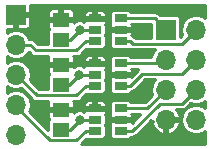
<source format=gbr>
G04 #@! TF.GenerationSoftware,KiCad,Pcbnew,(5.1.10)-1*
G04 #@! TF.CreationDate,2021-07-27T11:24:41-04:00*
G04 #@! TF.ProjectId,7ac76369a0fd96fdd889728fa7417171,37616337-3633-4363-9961-306664393666,rev?*
G04 #@! TF.SameCoordinates,Original*
G04 #@! TF.FileFunction,Copper,L1,Top*
G04 #@! TF.FilePolarity,Positive*
%FSLAX46Y46*%
G04 Gerber Fmt 4.6, Leading zero omitted, Abs format (unit mm)*
G04 Created by KiCad (PCBNEW (5.1.10)-1) date 2021-07-27 11:24:41*
%MOMM*%
%LPD*%
G01*
G04 APERTURE LIST*
G04 #@! TA.AperFunction,SMDPad,CuDef*
%ADD10R,1.400000X1.150000*%
G04 #@! TD*
G04 #@! TA.AperFunction,ComponentPad*
%ADD11R,1.700000X1.700000*%
G04 #@! TD*
G04 #@! TA.AperFunction,ComponentPad*
%ADD12O,1.700000X1.700000*%
G04 #@! TD*
G04 #@! TA.AperFunction,SMDPad,CuDef*
%ADD13R,1.060000X0.650000*%
G04 #@! TD*
G04 #@! TA.AperFunction,ViaPad*
%ADD14C,0.800000*%
G04 #@! TD*
G04 #@! TA.AperFunction,Conductor*
%ADD15C,0.250000*%
G04 #@! TD*
G04 #@! TA.AperFunction,Conductor*
%ADD16C,0.254000*%
G04 #@! TD*
G04 #@! TA.AperFunction,Conductor*
%ADD17C,0.100000*%
G04 #@! TD*
G04 APERTURE END LIST*
D10*
X185420000Y-77050000D03*
X185420000Y-75350000D03*
X185420000Y-79160000D03*
X185420000Y-80860000D03*
X185420000Y-82970000D03*
X185420000Y-84670000D03*
D11*
X194310000Y-76200000D03*
D12*
X196850000Y-76200000D03*
X194310000Y-78740000D03*
X196850000Y-78740000D03*
X194310000Y-81280000D03*
X196850000Y-81280000D03*
X194310000Y-83820000D03*
X196850000Y-83820000D03*
D11*
X181610000Y-74930000D03*
D12*
X181610000Y-77470000D03*
X181610000Y-80010000D03*
X181610000Y-82550000D03*
X181610000Y-85090000D03*
D13*
X188300000Y-75250000D03*
X188300000Y-76200000D03*
X188300000Y-77150000D03*
X190500000Y-77150000D03*
X190500000Y-75250000D03*
X190500000Y-76200000D03*
X190500000Y-80010000D03*
X190500000Y-79060000D03*
X190500000Y-80960000D03*
X188300000Y-80960000D03*
X188300000Y-80010000D03*
X188300000Y-79060000D03*
X188300000Y-82870000D03*
X188300000Y-83820000D03*
X188300000Y-84770000D03*
X190500000Y-84770000D03*
X190500000Y-82870000D03*
X190500000Y-83820000D03*
D14*
X187007500Y-76200000D03*
X186944000Y-80010000D03*
X187007500Y-83820000D03*
D15*
X188300000Y-76200000D02*
X187007500Y-76200000D01*
X186157500Y-77050000D02*
X187007500Y-76200000D01*
X185420000Y-77050000D02*
X186157500Y-77050000D01*
X185420000Y-80860000D02*
X186094000Y-80860000D01*
X186094000Y-80860000D02*
X186944000Y-80010000D01*
X188300000Y-80010000D02*
X186944000Y-80010000D01*
X188300000Y-83820000D02*
X187007500Y-83820000D01*
X186157500Y-84670000D02*
X187007500Y-83820000D01*
X185420000Y-84670000D02*
X186157500Y-84670000D01*
X185520000Y-79060000D02*
X185420000Y-79160000D01*
X188300000Y-79060000D02*
X185520000Y-79060000D01*
X185520000Y-75250000D02*
X185420000Y-75350000D01*
X188300000Y-75250000D02*
X185520000Y-75250000D01*
X185520000Y-82870000D02*
X185420000Y-82970000D01*
X188300000Y-82870000D02*
X185520000Y-82870000D01*
X193360000Y-75250000D02*
X194310000Y-76200000D01*
X190500000Y-75250000D02*
X193360000Y-75250000D01*
X193990000Y-79060000D02*
X194310000Y-78740000D01*
X190500000Y-79060000D02*
X193990000Y-79060000D01*
X192720000Y-82870000D02*
X194310000Y-81280000D01*
X190500000Y-82870000D02*
X192720000Y-82870000D01*
X196000001Y-82129999D02*
X196850000Y-81280000D01*
X195674999Y-82455001D02*
X196000001Y-82129999D01*
X193771409Y-82455001D02*
X195674999Y-82455001D01*
X191456410Y-84770000D02*
X193771409Y-82455001D01*
X190500000Y-84770000D02*
X191456410Y-84770000D01*
X196000001Y-79589999D02*
X196850000Y-78740000D01*
X195674999Y-79915001D02*
X196000001Y-79589999D01*
X192324999Y-79915001D02*
X195674999Y-79915001D01*
X191280000Y-80960000D02*
X192324999Y-79915001D01*
X190500000Y-80960000D02*
X191280000Y-80960000D01*
X196000001Y-77049999D02*
X196850000Y-76200000D01*
X195674999Y-77375001D02*
X196000001Y-77049999D01*
X191505001Y-77375001D02*
X195674999Y-77375001D01*
X191280000Y-77150000D02*
X191505001Y-77375001D01*
X190500000Y-77150000D02*
X191280000Y-77150000D01*
X187520000Y-77150000D02*
X188300000Y-77150000D01*
X186719999Y-77950001D02*
X187520000Y-77150000D01*
X183292082Y-77950001D02*
X186719999Y-77950001D01*
X182812081Y-77470000D02*
X183292082Y-77950001D01*
X181610000Y-77470000D02*
X182812081Y-77470000D01*
X187520000Y-80960000D02*
X188300000Y-80960000D01*
X186719999Y-81760001D02*
X187520000Y-80960000D01*
X183360001Y-81760001D02*
X186719999Y-81760001D01*
X181610000Y-80010000D02*
X183360001Y-81760001D01*
X187520000Y-84770000D02*
X188300000Y-84770000D01*
X186719999Y-85570001D02*
X187520000Y-84770000D01*
X184459999Y-85570001D02*
X186719999Y-85570001D01*
X181610000Y-82720002D02*
X184459999Y-85570001D01*
X181610000Y-82550000D02*
X181610000Y-82720002D01*
D16*
X197639000Y-75246683D02*
X197330312Y-75040424D01*
X196971239Y-74969000D01*
X196728761Y-74969000D01*
X196369688Y-75040424D01*
X195962499Y-75312499D01*
X195690424Y-75719688D01*
X195594884Y-76200000D01*
X195684397Y-76650012D01*
X195677446Y-76656963D01*
X195677443Y-76656965D01*
X195548464Y-76785944D01*
X195548464Y-75350000D01*
X195518894Y-75201341D01*
X195434686Y-75075314D01*
X195308659Y-74991106D01*
X195160000Y-74961536D01*
X193787127Y-74961536D01*
X193753038Y-74927447D01*
X193724806Y-74885194D01*
X193557431Y-74773359D01*
X193409835Y-74744000D01*
X193409834Y-74744000D01*
X193360000Y-74734087D01*
X193310166Y-74744000D01*
X191367285Y-74744000D01*
X191304686Y-74650314D01*
X191178659Y-74566106D01*
X191030000Y-74536536D01*
X189970000Y-74536536D01*
X189821341Y-74566106D01*
X189695314Y-74650314D01*
X189611106Y-74776341D01*
X189581536Y-74925000D01*
X189581536Y-75575000D01*
X189611106Y-75723659D01*
X189616779Y-75732150D01*
X189589000Y-75799215D01*
X189589000Y-75977750D01*
X189684250Y-76073000D01*
X190373000Y-76073000D01*
X190373000Y-76053000D01*
X190627000Y-76053000D01*
X190627000Y-76073000D01*
X191315750Y-76073000D01*
X191411000Y-75977750D01*
X191411000Y-75799215D01*
X191393100Y-75756000D01*
X193071536Y-75756000D01*
X193071536Y-76869001D01*
X191714592Y-76869001D01*
X191673039Y-76827448D01*
X191644806Y-76785194D01*
X191477431Y-76673359D01*
X191388284Y-76655626D01*
X191411000Y-76600785D01*
X191411000Y-76422250D01*
X191315750Y-76327000D01*
X190627000Y-76327000D01*
X190627000Y-76347000D01*
X190373000Y-76347000D01*
X190373000Y-76327000D01*
X189684250Y-76327000D01*
X189589000Y-76422250D01*
X189589000Y-76600785D01*
X189616779Y-76667850D01*
X189611106Y-76676341D01*
X189581536Y-76825000D01*
X189581536Y-77475000D01*
X189611106Y-77623659D01*
X189695314Y-77749686D01*
X189821341Y-77833894D01*
X189970000Y-77863464D01*
X191030000Y-77863464D01*
X191178659Y-77833894D01*
X191229833Y-77799701D01*
X191307570Y-77851642D01*
X191455166Y-77881001D01*
X191505000Y-77890914D01*
X191554834Y-77881001D01*
X193403455Y-77881001D01*
X193150424Y-78259688D01*
X193091882Y-78554000D01*
X191367285Y-78554000D01*
X191304686Y-78460314D01*
X191178659Y-78376106D01*
X191030000Y-78346536D01*
X189970000Y-78346536D01*
X189821341Y-78376106D01*
X189695314Y-78460314D01*
X189611106Y-78586341D01*
X189581536Y-78735000D01*
X189581536Y-79385000D01*
X189611106Y-79533659D01*
X189616779Y-79542150D01*
X189589000Y-79609215D01*
X189589000Y-79787750D01*
X189684250Y-79883000D01*
X190373000Y-79883000D01*
X190373000Y-79863000D01*
X190627000Y-79863000D01*
X190627000Y-79883000D01*
X191315750Y-79883000D01*
X191411000Y-79787750D01*
X191411000Y-79609215D01*
X191393100Y-79566000D01*
X191949633Y-79566000D01*
X191931962Y-79592446D01*
X191351579Y-80172829D01*
X191315750Y-80137000D01*
X190627000Y-80137000D01*
X190627000Y-80157000D01*
X190373000Y-80157000D01*
X190373000Y-80137000D01*
X189684250Y-80137000D01*
X189589000Y-80232250D01*
X189589000Y-80410785D01*
X189616779Y-80477850D01*
X189611106Y-80486341D01*
X189581536Y-80635000D01*
X189581536Y-81285000D01*
X189611106Y-81433659D01*
X189695314Y-81559686D01*
X189821341Y-81643894D01*
X189970000Y-81673464D01*
X191030000Y-81673464D01*
X191178659Y-81643894D01*
X191304686Y-81559686D01*
X191373025Y-81457409D01*
X191477431Y-81436641D01*
X191644806Y-81324806D01*
X191673038Y-81282553D01*
X192534591Y-80421001D01*
X193403455Y-80421001D01*
X193150424Y-80799688D01*
X193054884Y-81280000D01*
X193144397Y-81730011D01*
X192510409Y-82364000D01*
X191367285Y-82364000D01*
X191304686Y-82270314D01*
X191178659Y-82186106D01*
X191030000Y-82156536D01*
X189970000Y-82156536D01*
X189821341Y-82186106D01*
X189695314Y-82270314D01*
X189611106Y-82396341D01*
X189581536Y-82545000D01*
X189581536Y-83195000D01*
X189611106Y-83343659D01*
X189616779Y-83352150D01*
X189589000Y-83419215D01*
X189589000Y-83597750D01*
X189684250Y-83693000D01*
X190373000Y-83693000D01*
X190373000Y-83673000D01*
X190627000Y-83673000D01*
X190627000Y-83693000D01*
X191315750Y-83693000D01*
X191411000Y-83597750D01*
X191411000Y-83419215D01*
X191393100Y-83376000D01*
X192134819Y-83376000D01*
X191411000Y-84099819D01*
X191411000Y-84042250D01*
X191315750Y-83947000D01*
X190627000Y-83947000D01*
X190627000Y-83967000D01*
X190373000Y-83967000D01*
X190373000Y-83947000D01*
X189684250Y-83947000D01*
X189589000Y-84042250D01*
X189589000Y-84220785D01*
X189616779Y-84287850D01*
X189611106Y-84296341D01*
X189581536Y-84445000D01*
X189581536Y-85095000D01*
X189611106Y-85243659D01*
X189695314Y-85369686D01*
X189821341Y-85453894D01*
X189970000Y-85483464D01*
X191030000Y-85483464D01*
X191178659Y-85453894D01*
X191304686Y-85369686D01*
X191367285Y-85276000D01*
X191406576Y-85276000D01*
X191456410Y-85285913D01*
X191506244Y-85276000D01*
X191506245Y-85276000D01*
X191653841Y-85246641D01*
X191821216Y-85134806D01*
X191849449Y-85092552D01*
X193079000Y-83863002D01*
X193079000Y-83947002D01*
X193181372Y-83947002D01*
X193120511Y-84136980D01*
X193244755Y-84436964D01*
X193561944Y-84797652D01*
X193993018Y-85009501D01*
X194183000Y-84949193D01*
X194183000Y-83947000D01*
X194437000Y-83947000D01*
X194437000Y-84949193D01*
X194626982Y-85009501D01*
X195058056Y-84797652D01*
X195375245Y-84436964D01*
X195499489Y-84136980D01*
X195438627Y-83947000D01*
X194437000Y-83947000D01*
X194183000Y-83947000D01*
X194163000Y-83947000D01*
X194163000Y-83693000D01*
X194183000Y-83693000D01*
X194183000Y-83673000D01*
X194437000Y-83673000D01*
X194437000Y-83693000D01*
X195438627Y-83693000D01*
X195499489Y-83503020D01*
X195375245Y-83203036D01*
X195162399Y-82961001D01*
X195625165Y-82961001D01*
X195674999Y-82970914D01*
X195724833Y-82961001D01*
X195724834Y-82961001D01*
X195872430Y-82931642D01*
X196039805Y-82819807D01*
X196068037Y-82777554D01*
X196393035Y-82452557D01*
X196393037Y-82452554D01*
X196399988Y-82445603D01*
X196728761Y-82511000D01*
X196971239Y-82511000D01*
X197330312Y-82439576D01*
X197639001Y-82233317D01*
X197639001Y-82866683D01*
X197330312Y-82660424D01*
X196971239Y-82589000D01*
X196728761Y-82589000D01*
X196369688Y-82660424D01*
X195962499Y-82932499D01*
X195690424Y-83339688D01*
X195594884Y-83820000D01*
X195690424Y-84300312D01*
X195962499Y-84707501D01*
X196369688Y-84979576D01*
X196728761Y-85051000D01*
X196971239Y-85051000D01*
X197330312Y-84979576D01*
X197639001Y-84773317D01*
X197639001Y-85879000D01*
X187126591Y-85879000D01*
X187579593Y-85425999D01*
X187621341Y-85453894D01*
X187770000Y-85483464D01*
X188830000Y-85483464D01*
X188978659Y-85453894D01*
X189104686Y-85369686D01*
X189188894Y-85243659D01*
X189218464Y-85095000D01*
X189218464Y-84445000D01*
X189188894Y-84296341D01*
X189187998Y-84295000D01*
X189188894Y-84293659D01*
X189218464Y-84145000D01*
X189218464Y-83495000D01*
X189188894Y-83346341D01*
X189183221Y-83337850D01*
X189211000Y-83270785D01*
X189211000Y-83092250D01*
X189115750Y-82997000D01*
X188427000Y-82997000D01*
X188427000Y-83017000D01*
X188173000Y-83017000D01*
X188173000Y-82997000D01*
X187484250Y-82997000D01*
X187389000Y-83092250D01*
X187389000Y-83132674D01*
X187162851Y-83039000D01*
X186852149Y-83039000D01*
X186565099Y-83157900D01*
X186501000Y-83221999D01*
X186501000Y-83192250D01*
X186405750Y-83097000D01*
X185547000Y-83097000D01*
X185547000Y-83117000D01*
X185293000Y-83117000D01*
X185293000Y-83097000D01*
X184434250Y-83097000D01*
X184339000Y-83192250D01*
X184339000Y-83620786D01*
X184397004Y-83760820D01*
X184452019Y-83815834D01*
X184445314Y-83820314D01*
X184361106Y-83946341D01*
X184331536Y-84095000D01*
X184331536Y-84725946D01*
X182716033Y-83110444D01*
X182769576Y-83030312D01*
X182865116Y-82550000D01*
X182769576Y-82069688D01*
X182497501Y-81662499D01*
X182090312Y-81390424D01*
X181731239Y-81319000D01*
X181488761Y-81319000D01*
X181129688Y-81390424D01*
X180821000Y-81596683D01*
X180821000Y-80963317D01*
X181129688Y-81169576D01*
X181488761Y-81241000D01*
X181731239Y-81241000D01*
X182060012Y-81175603D01*
X182966964Y-82082556D01*
X182995195Y-82124807D01*
X183162570Y-82236642D01*
X183310166Y-82266001D01*
X183360000Y-82275914D01*
X183409834Y-82266001D01*
X184361042Y-82266001D01*
X184339000Y-82319214D01*
X184339000Y-82747750D01*
X184434250Y-82843000D01*
X185293000Y-82843000D01*
X185293000Y-82823000D01*
X185547000Y-82823000D01*
X185547000Y-82843000D01*
X186405750Y-82843000D01*
X186501000Y-82747750D01*
X186501000Y-82469215D01*
X187389000Y-82469215D01*
X187389000Y-82647750D01*
X187484250Y-82743000D01*
X188173000Y-82743000D01*
X188173000Y-82259250D01*
X188427000Y-82259250D01*
X188427000Y-82743000D01*
X189115750Y-82743000D01*
X189211000Y-82647750D01*
X189211000Y-82469215D01*
X189152996Y-82329181D01*
X189045820Y-82222004D01*
X188905786Y-82164000D01*
X188522250Y-82164000D01*
X188427000Y-82259250D01*
X188173000Y-82259250D01*
X188077750Y-82164000D01*
X187694214Y-82164000D01*
X187554180Y-82222004D01*
X187447004Y-82329181D01*
X187389000Y-82469215D01*
X186501000Y-82469215D01*
X186501000Y-82319214D01*
X186478958Y-82266001D01*
X186670165Y-82266001D01*
X186719999Y-82275914D01*
X186769833Y-82266001D01*
X186769834Y-82266001D01*
X186917430Y-82236642D01*
X187084805Y-82124807D01*
X187113037Y-82082554D01*
X187579593Y-81615999D01*
X187621341Y-81643894D01*
X187770000Y-81673464D01*
X188830000Y-81673464D01*
X188978659Y-81643894D01*
X189104686Y-81559686D01*
X189188894Y-81433659D01*
X189218464Y-81285000D01*
X189218464Y-80635000D01*
X189188894Y-80486341D01*
X189187998Y-80485000D01*
X189188894Y-80483659D01*
X189218464Y-80335000D01*
X189218464Y-79685000D01*
X189188894Y-79536341D01*
X189183221Y-79527850D01*
X189211000Y-79460785D01*
X189211000Y-79282250D01*
X189115750Y-79187000D01*
X188427000Y-79187000D01*
X188427000Y-79207000D01*
X188173000Y-79207000D01*
X188173000Y-79187000D01*
X187484250Y-79187000D01*
X187389000Y-79282250D01*
X187389000Y-79350499D01*
X187386401Y-79347900D01*
X187099351Y-79229000D01*
X186788649Y-79229000D01*
X186501599Y-79347900D01*
X186484125Y-79365375D01*
X186405750Y-79287000D01*
X185547000Y-79287000D01*
X185547000Y-79307000D01*
X185293000Y-79307000D01*
X185293000Y-79287000D01*
X184434250Y-79287000D01*
X184339000Y-79382250D01*
X184339000Y-79810786D01*
X184397004Y-79950820D01*
X184452019Y-80005834D01*
X184445314Y-80010314D01*
X184361106Y-80136341D01*
X184331536Y-80285000D01*
X184331536Y-81254001D01*
X183569593Y-81254001D01*
X182775603Y-80460012D01*
X182865116Y-80010000D01*
X182769576Y-79529688D01*
X182497501Y-79122499D01*
X182090312Y-78850424D01*
X181731239Y-78779000D01*
X181488761Y-78779000D01*
X181129688Y-78850424D01*
X180821000Y-79056683D01*
X180821000Y-78423317D01*
X181129688Y-78629576D01*
X181488761Y-78701000D01*
X181731239Y-78701000D01*
X182090312Y-78629576D01*
X182497501Y-78357501D01*
X182692361Y-78065872D01*
X182899045Y-78272556D01*
X182927276Y-78314807D01*
X183094651Y-78426642D01*
X183242247Y-78456001D01*
X183242248Y-78456001D01*
X183292082Y-78465914D01*
X183341916Y-78456001D01*
X184361042Y-78456001D01*
X184339000Y-78509214D01*
X184339000Y-78937750D01*
X184434250Y-79033000D01*
X185293000Y-79033000D01*
X185293000Y-79013000D01*
X185547000Y-79013000D01*
X185547000Y-79033000D01*
X186405750Y-79033000D01*
X186501000Y-78937750D01*
X186501000Y-78659215D01*
X187389000Y-78659215D01*
X187389000Y-78837750D01*
X187484250Y-78933000D01*
X188173000Y-78933000D01*
X188173000Y-78449250D01*
X188427000Y-78449250D01*
X188427000Y-78933000D01*
X189115750Y-78933000D01*
X189211000Y-78837750D01*
X189211000Y-78659215D01*
X189152996Y-78519181D01*
X189045820Y-78412004D01*
X188905786Y-78354000D01*
X188522250Y-78354000D01*
X188427000Y-78449250D01*
X188173000Y-78449250D01*
X188077750Y-78354000D01*
X187694214Y-78354000D01*
X187554180Y-78412004D01*
X187447004Y-78519181D01*
X187389000Y-78659215D01*
X186501000Y-78659215D01*
X186501000Y-78509214D01*
X186478958Y-78456001D01*
X186670165Y-78456001D01*
X186719999Y-78465914D01*
X186769833Y-78456001D01*
X186769834Y-78456001D01*
X186917430Y-78426642D01*
X187084805Y-78314807D01*
X187113037Y-78272554D01*
X187579593Y-77805999D01*
X187621341Y-77833894D01*
X187770000Y-77863464D01*
X188830000Y-77863464D01*
X188978659Y-77833894D01*
X189104686Y-77749686D01*
X189188894Y-77623659D01*
X189218464Y-77475000D01*
X189218464Y-76825000D01*
X189188894Y-76676341D01*
X189187998Y-76675000D01*
X189188894Y-76673659D01*
X189218464Y-76525000D01*
X189218464Y-75875000D01*
X189188894Y-75726341D01*
X189183221Y-75717850D01*
X189211000Y-75650785D01*
X189211000Y-75472250D01*
X189115750Y-75377000D01*
X188427000Y-75377000D01*
X188427000Y-75397000D01*
X188173000Y-75397000D01*
X188173000Y-75377000D01*
X187484250Y-75377000D01*
X187389000Y-75472250D01*
X187389000Y-75512674D01*
X187162851Y-75419000D01*
X186852149Y-75419000D01*
X186565099Y-75537900D01*
X186501000Y-75601999D01*
X186501000Y-75572250D01*
X186405750Y-75477000D01*
X185547000Y-75477000D01*
X185547000Y-75497000D01*
X185293000Y-75497000D01*
X185293000Y-75477000D01*
X184434250Y-75477000D01*
X184339000Y-75572250D01*
X184339000Y-76000786D01*
X184397004Y-76140820D01*
X184452019Y-76195834D01*
X184445314Y-76200314D01*
X184361106Y-76326341D01*
X184331536Y-76475000D01*
X184331536Y-77444001D01*
X183501674Y-77444001D01*
X183205119Y-77147447D01*
X183176887Y-77105194D01*
X183009512Y-76993359D01*
X182861916Y-76964000D01*
X182861915Y-76964000D01*
X182812081Y-76954087D01*
X182762247Y-76964000D01*
X182752412Y-76964000D01*
X182497501Y-76582499D01*
X182090312Y-76310424D01*
X181731239Y-76239000D01*
X181488761Y-76239000D01*
X181129688Y-76310424D01*
X180821000Y-76516683D01*
X180821000Y-76161000D01*
X181387750Y-76161000D01*
X181483000Y-76065750D01*
X181483000Y-75057000D01*
X181737000Y-75057000D01*
X181737000Y-76065750D01*
X181832250Y-76161000D01*
X182535786Y-76161000D01*
X182675820Y-76102996D01*
X182782996Y-75995819D01*
X182841000Y-75855785D01*
X182841000Y-75152250D01*
X182745750Y-75057000D01*
X181737000Y-75057000D01*
X181483000Y-75057000D01*
X181463000Y-75057000D01*
X181463000Y-74803000D01*
X181483000Y-74803000D01*
X181483000Y-74783000D01*
X181737000Y-74783000D01*
X181737000Y-74803000D01*
X182745750Y-74803000D01*
X182841000Y-74707750D01*
X182841000Y-74699214D01*
X184339000Y-74699214D01*
X184339000Y-75127750D01*
X184434250Y-75223000D01*
X185293000Y-75223000D01*
X185293000Y-74489250D01*
X185547000Y-74489250D01*
X185547000Y-75223000D01*
X186405750Y-75223000D01*
X186501000Y-75127750D01*
X186501000Y-74849215D01*
X187389000Y-74849215D01*
X187389000Y-75027750D01*
X187484250Y-75123000D01*
X188173000Y-75123000D01*
X188173000Y-74639250D01*
X188427000Y-74639250D01*
X188427000Y-75123000D01*
X189115750Y-75123000D01*
X189211000Y-75027750D01*
X189211000Y-74849215D01*
X189152996Y-74709181D01*
X189045820Y-74602004D01*
X188905786Y-74544000D01*
X188522250Y-74544000D01*
X188427000Y-74639250D01*
X188173000Y-74639250D01*
X188077750Y-74544000D01*
X187694214Y-74544000D01*
X187554180Y-74602004D01*
X187447004Y-74709181D01*
X187389000Y-74849215D01*
X186501000Y-74849215D01*
X186501000Y-74699214D01*
X186442996Y-74559180D01*
X186335819Y-74452004D01*
X186195785Y-74394000D01*
X185642250Y-74394000D01*
X185547000Y-74489250D01*
X185293000Y-74489250D01*
X185197750Y-74394000D01*
X184644215Y-74394000D01*
X184504181Y-74452004D01*
X184397004Y-74559180D01*
X184339000Y-74699214D01*
X182841000Y-74699214D01*
X182841000Y-74141000D01*
X197639000Y-74141000D01*
X197639000Y-75246683D01*
G04 #@! TA.AperFunction,Conductor*
D17*
G36*
X197639000Y-75246683D02*
G01*
X197330312Y-75040424D01*
X196971239Y-74969000D01*
X196728761Y-74969000D01*
X196369688Y-75040424D01*
X195962499Y-75312499D01*
X195690424Y-75719688D01*
X195594884Y-76200000D01*
X195684397Y-76650012D01*
X195677446Y-76656963D01*
X195677443Y-76656965D01*
X195548464Y-76785944D01*
X195548464Y-75350000D01*
X195518894Y-75201341D01*
X195434686Y-75075314D01*
X195308659Y-74991106D01*
X195160000Y-74961536D01*
X193787127Y-74961536D01*
X193753038Y-74927447D01*
X193724806Y-74885194D01*
X193557431Y-74773359D01*
X193409835Y-74744000D01*
X193409834Y-74744000D01*
X193360000Y-74734087D01*
X193310166Y-74744000D01*
X191367285Y-74744000D01*
X191304686Y-74650314D01*
X191178659Y-74566106D01*
X191030000Y-74536536D01*
X189970000Y-74536536D01*
X189821341Y-74566106D01*
X189695314Y-74650314D01*
X189611106Y-74776341D01*
X189581536Y-74925000D01*
X189581536Y-75575000D01*
X189611106Y-75723659D01*
X189616779Y-75732150D01*
X189589000Y-75799215D01*
X189589000Y-75977750D01*
X189684250Y-76073000D01*
X190373000Y-76073000D01*
X190373000Y-76053000D01*
X190627000Y-76053000D01*
X190627000Y-76073000D01*
X191315750Y-76073000D01*
X191411000Y-75977750D01*
X191411000Y-75799215D01*
X191393100Y-75756000D01*
X193071536Y-75756000D01*
X193071536Y-76869001D01*
X191714592Y-76869001D01*
X191673039Y-76827448D01*
X191644806Y-76785194D01*
X191477431Y-76673359D01*
X191388284Y-76655626D01*
X191411000Y-76600785D01*
X191411000Y-76422250D01*
X191315750Y-76327000D01*
X190627000Y-76327000D01*
X190627000Y-76347000D01*
X190373000Y-76347000D01*
X190373000Y-76327000D01*
X189684250Y-76327000D01*
X189589000Y-76422250D01*
X189589000Y-76600785D01*
X189616779Y-76667850D01*
X189611106Y-76676341D01*
X189581536Y-76825000D01*
X189581536Y-77475000D01*
X189611106Y-77623659D01*
X189695314Y-77749686D01*
X189821341Y-77833894D01*
X189970000Y-77863464D01*
X191030000Y-77863464D01*
X191178659Y-77833894D01*
X191229833Y-77799701D01*
X191307570Y-77851642D01*
X191455166Y-77881001D01*
X191505000Y-77890914D01*
X191554834Y-77881001D01*
X193403455Y-77881001D01*
X193150424Y-78259688D01*
X193091882Y-78554000D01*
X191367285Y-78554000D01*
X191304686Y-78460314D01*
X191178659Y-78376106D01*
X191030000Y-78346536D01*
X189970000Y-78346536D01*
X189821341Y-78376106D01*
X189695314Y-78460314D01*
X189611106Y-78586341D01*
X189581536Y-78735000D01*
X189581536Y-79385000D01*
X189611106Y-79533659D01*
X189616779Y-79542150D01*
X189589000Y-79609215D01*
X189589000Y-79787750D01*
X189684250Y-79883000D01*
X190373000Y-79883000D01*
X190373000Y-79863000D01*
X190627000Y-79863000D01*
X190627000Y-79883000D01*
X191315750Y-79883000D01*
X191411000Y-79787750D01*
X191411000Y-79609215D01*
X191393100Y-79566000D01*
X191949633Y-79566000D01*
X191931962Y-79592446D01*
X191351579Y-80172829D01*
X191315750Y-80137000D01*
X190627000Y-80137000D01*
X190627000Y-80157000D01*
X190373000Y-80157000D01*
X190373000Y-80137000D01*
X189684250Y-80137000D01*
X189589000Y-80232250D01*
X189589000Y-80410785D01*
X189616779Y-80477850D01*
X189611106Y-80486341D01*
X189581536Y-80635000D01*
X189581536Y-81285000D01*
X189611106Y-81433659D01*
X189695314Y-81559686D01*
X189821341Y-81643894D01*
X189970000Y-81673464D01*
X191030000Y-81673464D01*
X191178659Y-81643894D01*
X191304686Y-81559686D01*
X191373025Y-81457409D01*
X191477431Y-81436641D01*
X191644806Y-81324806D01*
X191673038Y-81282553D01*
X192534591Y-80421001D01*
X193403455Y-80421001D01*
X193150424Y-80799688D01*
X193054884Y-81280000D01*
X193144397Y-81730011D01*
X192510409Y-82364000D01*
X191367285Y-82364000D01*
X191304686Y-82270314D01*
X191178659Y-82186106D01*
X191030000Y-82156536D01*
X189970000Y-82156536D01*
X189821341Y-82186106D01*
X189695314Y-82270314D01*
X189611106Y-82396341D01*
X189581536Y-82545000D01*
X189581536Y-83195000D01*
X189611106Y-83343659D01*
X189616779Y-83352150D01*
X189589000Y-83419215D01*
X189589000Y-83597750D01*
X189684250Y-83693000D01*
X190373000Y-83693000D01*
X190373000Y-83673000D01*
X190627000Y-83673000D01*
X190627000Y-83693000D01*
X191315750Y-83693000D01*
X191411000Y-83597750D01*
X191411000Y-83419215D01*
X191393100Y-83376000D01*
X192134819Y-83376000D01*
X191411000Y-84099819D01*
X191411000Y-84042250D01*
X191315750Y-83947000D01*
X190627000Y-83947000D01*
X190627000Y-83967000D01*
X190373000Y-83967000D01*
X190373000Y-83947000D01*
X189684250Y-83947000D01*
X189589000Y-84042250D01*
X189589000Y-84220785D01*
X189616779Y-84287850D01*
X189611106Y-84296341D01*
X189581536Y-84445000D01*
X189581536Y-85095000D01*
X189611106Y-85243659D01*
X189695314Y-85369686D01*
X189821341Y-85453894D01*
X189970000Y-85483464D01*
X191030000Y-85483464D01*
X191178659Y-85453894D01*
X191304686Y-85369686D01*
X191367285Y-85276000D01*
X191406576Y-85276000D01*
X191456410Y-85285913D01*
X191506244Y-85276000D01*
X191506245Y-85276000D01*
X191653841Y-85246641D01*
X191821216Y-85134806D01*
X191849449Y-85092552D01*
X193079000Y-83863002D01*
X193079000Y-83947002D01*
X193181372Y-83947002D01*
X193120511Y-84136980D01*
X193244755Y-84436964D01*
X193561944Y-84797652D01*
X193993018Y-85009501D01*
X194183000Y-84949193D01*
X194183000Y-83947000D01*
X194437000Y-83947000D01*
X194437000Y-84949193D01*
X194626982Y-85009501D01*
X195058056Y-84797652D01*
X195375245Y-84436964D01*
X195499489Y-84136980D01*
X195438627Y-83947000D01*
X194437000Y-83947000D01*
X194183000Y-83947000D01*
X194163000Y-83947000D01*
X194163000Y-83693000D01*
X194183000Y-83693000D01*
X194183000Y-83673000D01*
X194437000Y-83673000D01*
X194437000Y-83693000D01*
X195438627Y-83693000D01*
X195499489Y-83503020D01*
X195375245Y-83203036D01*
X195162399Y-82961001D01*
X195625165Y-82961001D01*
X195674999Y-82970914D01*
X195724833Y-82961001D01*
X195724834Y-82961001D01*
X195872430Y-82931642D01*
X196039805Y-82819807D01*
X196068037Y-82777554D01*
X196393035Y-82452557D01*
X196393037Y-82452554D01*
X196399988Y-82445603D01*
X196728761Y-82511000D01*
X196971239Y-82511000D01*
X197330312Y-82439576D01*
X197639001Y-82233317D01*
X197639001Y-82866683D01*
X197330312Y-82660424D01*
X196971239Y-82589000D01*
X196728761Y-82589000D01*
X196369688Y-82660424D01*
X195962499Y-82932499D01*
X195690424Y-83339688D01*
X195594884Y-83820000D01*
X195690424Y-84300312D01*
X195962499Y-84707501D01*
X196369688Y-84979576D01*
X196728761Y-85051000D01*
X196971239Y-85051000D01*
X197330312Y-84979576D01*
X197639001Y-84773317D01*
X197639001Y-85879000D01*
X187126591Y-85879000D01*
X187579593Y-85425999D01*
X187621341Y-85453894D01*
X187770000Y-85483464D01*
X188830000Y-85483464D01*
X188978659Y-85453894D01*
X189104686Y-85369686D01*
X189188894Y-85243659D01*
X189218464Y-85095000D01*
X189218464Y-84445000D01*
X189188894Y-84296341D01*
X189187998Y-84295000D01*
X189188894Y-84293659D01*
X189218464Y-84145000D01*
X189218464Y-83495000D01*
X189188894Y-83346341D01*
X189183221Y-83337850D01*
X189211000Y-83270785D01*
X189211000Y-83092250D01*
X189115750Y-82997000D01*
X188427000Y-82997000D01*
X188427000Y-83017000D01*
X188173000Y-83017000D01*
X188173000Y-82997000D01*
X187484250Y-82997000D01*
X187389000Y-83092250D01*
X187389000Y-83132674D01*
X187162851Y-83039000D01*
X186852149Y-83039000D01*
X186565099Y-83157900D01*
X186501000Y-83221999D01*
X186501000Y-83192250D01*
X186405750Y-83097000D01*
X185547000Y-83097000D01*
X185547000Y-83117000D01*
X185293000Y-83117000D01*
X185293000Y-83097000D01*
X184434250Y-83097000D01*
X184339000Y-83192250D01*
X184339000Y-83620786D01*
X184397004Y-83760820D01*
X184452019Y-83815834D01*
X184445314Y-83820314D01*
X184361106Y-83946341D01*
X184331536Y-84095000D01*
X184331536Y-84725946D01*
X182716033Y-83110444D01*
X182769576Y-83030312D01*
X182865116Y-82550000D01*
X182769576Y-82069688D01*
X182497501Y-81662499D01*
X182090312Y-81390424D01*
X181731239Y-81319000D01*
X181488761Y-81319000D01*
X181129688Y-81390424D01*
X180821000Y-81596683D01*
X180821000Y-80963317D01*
X181129688Y-81169576D01*
X181488761Y-81241000D01*
X181731239Y-81241000D01*
X182060012Y-81175603D01*
X182966964Y-82082556D01*
X182995195Y-82124807D01*
X183162570Y-82236642D01*
X183310166Y-82266001D01*
X183360000Y-82275914D01*
X183409834Y-82266001D01*
X184361042Y-82266001D01*
X184339000Y-82319214D01*
X184339000Y-82747750D01*
X184434250Y-82843000D01*
X185293000Y-82843000D01*
X185293000Y-82823000D01*
X185547000Y-82823000D01*
X185547000Y-82843000D01*
X186405750Y-82843000D01*
X186501000Y-82747750D01*
X186501000Y-82469215D01*
X187389000Y-82469215D01*
X187389000Y-82647750D01*
X187484250Y-82743000D01*
X188173000Y-82743000D01*
X188173000Y-82259250D01*
X188427000Y-82259250D01*
X188427000Y-82743000D01*
X189115750Y-82743000D01*
X189211000Y-82647750D01*
X189211000Y-82469215D01*
X189152996Y-82329181D01*
X189045820Y-82222004D01*
X188905786Y-82164000D01*
X188522250Y-82164000D01*
X188427000Y-82259250D01*
X188173000Y-82259250D01*
X188077750Y-82164000D01*
X187694214Y-82164000D01*
X187554180Y-82222004D01*
X187447004Y-82329181D01*
X187389000Y-82469215D01*
X186501000Y-82469215D01*
X186501000Y-82319214D01*
X186478958Y-82266001D01*
X186670165Y-82266001D01*
X186719999Y-82275914D01*
X186769833Y-82266001D01*
X186769834Y-82266001D01*
X186917430Y-82236642D01*
X187084805Y-82124807D01*
X187113037Y-82082554D01*
X187579593Y-81615999D01*
X187621341Y-81643894D01*
X187770000Y-81673464D01*
X188830000Y-81673464D01*
X188978659Y-81643894D01*
X189104686Y-81559686D01*
X189188894Y-81433659D01*
X189218464Y-81285000D01*
X189218464Y-80635000D01*
X189188894Y-80486341D01*
X189187998Y-80485000D01*
X189188894Y-80483659D01*
X189218464Y-80335000D01*
X189218464Y-79685000D01*
X189188894Y-79536341D01*
X189183221Y-79527850D01*
X189211000Y-79460785D01*
X189211000Y-79282250D01*
X189115750Y-79187000D01*
X188427000Y-79187000D01*
X188427000Y-79207000D01*
X188173000Y-79207000D01*
X188173000Y-79187000D01*
X187484250Y-79187000D01*
X187389000Y-79282250D01*
X187389000Y-79350499D01*
X187386401Y-79347900D01*
X187099351Y-79229000D01*
X186788649Y-79229000D01*
X186501599Y-79347900D01*
X186484125Y-79365375D01*
X186405750Y-79287000D01*
X185547000Y-79287000D01*
X185547000Y-79307000D01*
X185293000Y-79307000D01*
X185293000Y-79287000D01*
X184434250Y-79287000D01*
X184339000Y-79382250D01*
X184339000Y-79810786D01*
X184397004Y-79950820D01*
X184452019Y-80005834D01*
X184445314Y-80010314D01*
X184361106Y-80136341D01*
X184331536Y-80285000D01*
X184331536Y-81254001D01*
X183569593Y-81254001D01*
X182775603Y-80460012D01*
X182865116Y-80010000D01*
X182769576Y-79529688D01*
X182497501Y-79122499D01*
X182090312Y-78850424D01*
X181731239Y-78779000D01*
X181488761Y-78779000D01*
X181129688Y-78850424D01*
X180821000Y-79056683D01*
X180821000Y-78423317D01*
X181129688Y-78629576D01*
X181488761Y-78701000D01*
X181731239Y-78701000D01*
X182090312Y-78629576D01*
X182497501Y-78357501D01*
X182692361Y-78065872D01*
X182899045Y-78272556D01*
X182927276Y-78314807D01*
X183094651Y-78426642D01*
X183242247Y-78456001D01*
X183242248Y-78456001D01*
X183292082Y-78465914D01*
X183341916Y-78456001D01*
X184361042Y-78456001D01*
X184339000Y-78509214D01*
X184339000Y-78937750D01*
X184434250Y-79033000D01*
X185293000Y-79033000D01*
X185293000Y-79013000D01*
X185547000Y-79013000D01*
X185547000Y-79033000D01*
X186405750Y-79033000D01*
X186501000Y-78937750D01*
X186501000Y-78659215D01*
X187389000Y-78659215D01*
X187389000Y-78837750D01*
X187484250Y-78933000D01*
X188173000Y-78933000D01*
X188173000Y-78449250D01*
X188427000Y-78449250D01*
X188427000Y-78933000D01*
X189115750Y-78933000D01*
X189211000Y-78837750D01*
X189211000Y-78659215D01*
X189152996Y-78519181D01*
X189045820Y-78412004D01*
X188905786Y-78354000D01*
X188522250Y-78354000D01*
X188427000Y-78449250D01*
X188173000Y-78449250D01*
X188077750Y-78354000D01*
X187694214Y-78354000D01*
X187554180Y-78412004D01*
X187447004Y-78519181D01*
X187389000Y-78659215D01*
X186501000Y-78659215D01*
X186501000Y-78509214D01*
X186478958Y-78456001D01*
X186670165Y-78456001D01*
X186719999Y-78465914D01*
X186769833Y-78456001D01*
X186769834Y-78456001D01*
X186917430Y-78426642D01*
X187084805Y-78314807D01*
X187113037Y-78272554D01*
X187579593Y-77805999D01*
X187621341Y-77833894D01*
X187770000Y-77863464D01*
X188830000Y-77863464D01*
X188978659Y-77833894D01*
X189104686Y-77749686D01*
X189188894Y-77623659D01*
X189218464Y-77475000D01*
X189218464Y-76825000D01*
X189188894Y-76676341D01*
X189187998Y-76675000D01*
X189188894Y-76673659D01*
X189218464Y-76525000D01*
X189218464Y-75875000D01*
X189188894Y-75726341D01*
X189183221Y-75717850D01*
X189211000Y-75650785D01*
X189211000Y-75472250D01*
X189115750Y-75377000D01*
X188427000Y-75377000D01*
X188427000Y-75397000D01*
X188173000Y-75397000D01*
X188173000Y-75377000D01*
X187484250Y-75377000D01*
X187389000Y-75472250D01*
X187389000Y-75512674D01*
X187162851Y-75419000D01*
X186852149Y-75419000D01*
X186565099Y-75537900D01*
X186501000Y-75601999D01*
X186501000Y-75572250D01*
X186405750Y-75477000D01*
X185547000Y-75477000D01*
X185547000Y-75497000D01*
X185293000Y-75497000D01*
X185293000Y-75477000D01*
X184434250Y-75477000D01*
X184339000Y-75572250D01*
X184339000Y-76000786D01*
X184397004Y-76140820D01*
X184452019Y-76195834D01*
X184445314Y-76200314D01*
X184361106Y-76326341D01*
X184331536Y-76475000D01*
X184331536Y-77444001D01*
X183501674Y-77444001D01*
X183205119Y-77147447D01*
X183176887Y-77105194D01*
X183009512Y-76993359D01*
X182861916Y-76964000D01*
X182861915Y-76964000D01*
X182812081Y-76954087D01*
X182762247Y-76964000D01*
X182752412Y-76964000D01*
X182497501Y-76582499D01*
X182090312Y-76310424D01*
X181731239Y-76239000D01*
X181488761Y-76239000D01*
X181129688Y-76310424D01*
X180821000Y-76516683D01*
X180821000Y-76161000D01*
X181387750Y-76161000D01*
X181483000Y-76065750D01*
X181483000Y-75057000D01*
X181737000Y-75057000D01*
X181737000Y-76065750D01*
X181832250Y-76161000D01*
X182535786Y-76161000D01*
X182675820Y-76102996D01*
X182782996Y-75995819D01*
X182841000Y-75855785D01*
X182841000Y-75152250D01*
X182745750Y-75057000D01*
X181737000Y-75057000D01*
X181483000Y-75057000D01*
X181463000Y-75057000D01*
X181463000Y-74803000D01*
X181483000Y-74803000D01*
X181483000Y-74783000D01*
X181737000Y-74783000D01*
X181737000Y-74803000D01*
X182745750Y-74803000D01*
X182841000Y-74707750D01*
X182841000Y-74699214D01*
X184339000Y-74699214D01*
X184339000Y-75127750D01*
X184434250Y-75223000D01*
X185293000Y-75223000D01*
X185293000Y-74489250D01*
X185547000Y-74489250D01*
X185547000Y-75223000D01*
X186405750Y-75223000D01*
X186501000Y-75127750D01*
X186501000Y-74849215D01*
X187389000Y-74849215D01*
X187389000Y-75027750D01*
X187484250Y-75123000D01*
X188173000Y-75123000D01*
X188173000Y-74639250D01*
X188427000Y-74639250D01*
X188427000Y-75123000D01*
X189115750Y-75123000D01*
X189211000Y-75027750D01*
X189211000Y-74849215D01*
X189152996Y-74709181D01*
X189045820Y-74602004D01*
X188905786Y-74544000D01*
X188522250Y-74544000D01*
X188427000Y-74639250D01*
X188173000Y-74639250D01*
X188077750Y-74544000D01*
X187694214Y-74544000D01*
X187554180Y-74602004D01*
X187447004Y-74709181D01*
X187389000Y-74849215D01*
X186501000Y-74849215D01*
X186501000Y-74699214D01*
X186442996Y-74559180D01*
X186335819Y-74452004D01*
X186195785Y-74394000D01*
X185642250Y-74394000D01*
X185547000Y-74489250D01*
X185293000Y-74489250D01*
X185197750Y-74394000D01*
X184644215Y-74394000D01*
X184504181Y-74452004D01*
X184397004Y-74559180D01*
X184339000Y-74699214D01*
X182841000Y-74699214D01*
X182841000Y-74141000D01*
X197639000Y-74141000D01*
X197639000Y-75246683D01*
G37*
G04 #@! TD.AperFunction*
M02*

</source>
